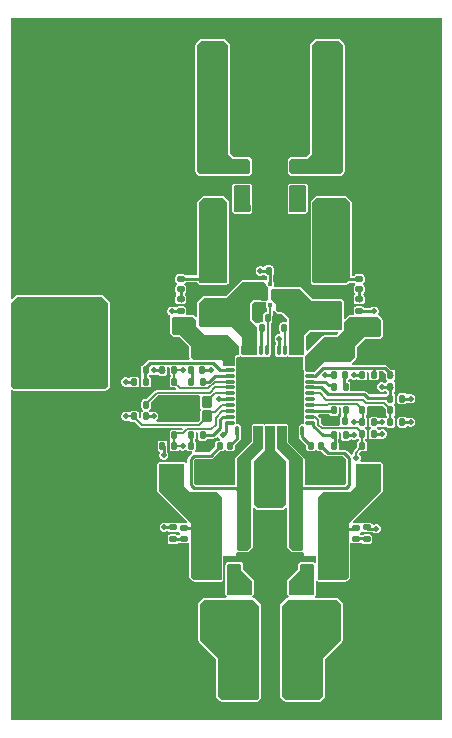
<source format=gtl>
G04*
G04 #@! TF.GenerationSoftware,Altium Limited,Altium Designer,21.2.1 (34)*
G04*
G04 Layer_Physical_Order=1*
G04 Layer_Color=255*
%FSTAX24Y24*%
%MOIN*%
G70*
G04*
G04 #@! TF.SameCoordinates,7A998B52-B5E4-4745-A7E4-E824AC8E6B76*
G04*
G04*
G04 #@! TF.FilePolarity,Positive*
G04*
G01*
G75*
%ADD10C,0.0059*%
%ADD12C,0.0079*%
G04:AMPARAMS|DCode=14|XSize=41.3mil|YSize=70.9mil|CornerRadius=4.1mil|HoleSize=0mil|Usage=FLASHONLY|Rotation=0.000|XOffset=0mil|YOffset=0mil|HoleType=Round|Shape=RoundedRectangle|*
%AMROUNDEDRECTD14*
21,1,0.0413,0.0626,0,0,0.0*
21,1,0.0331,0.0709,0,0,0.0*
1,1,0.0083,0.0165,-0.0313*
1,1,0.0083,-0.0165,-0.0313*
1,1,0.0083,-0.0165,0.0313*
1,1,0.0083,0.0165,0.0313*
%
%ADD14ROUNDEDRECTD14*%
G04:AMPARAMS|DCode=15|XSize=37.4mil|YSize=31.5mil|CornerRadius=3.2mil|HoleSize=0mil|Usage=FLASHONLY|Rotation=0.000|XOffset=0mil|YOffset=0mil|HoleType=Round|Shape=RoundedRectangle|*
%AMROUNDEDRECTD15*
21,1,0.0374,0.0252,0,0,0.0*
21,1,0.0311,0.0315,0,0,0.0*
1,1,0.0063,0.0156,-0.0126*
1,1,0.0063,-0.0156,-0.0126*
1,1,0.0063,-0.0156,0.0126*
1,1,0.0063,0.0156,0.0126*
%
%ADD15ROUNDEDRECTD15*%
G04:AMPARAMS|DCode=16|XSize=55.1mil|YSize=35.4mil|CornerRadius=3.5mil|HoleSize=0mil|Usage=FLASHONLY|Rotation=90.000|XOffset=0mil|YOffset=0mil|HoleType=Round|Shape=RoundedRectangle|*
%AMROUNDEDRECTD16*
21,1,0.0551,0.0283,0,0,90.0*
21,1,0.0480,0.0354,0,0,90.0*
1,1,0.0071,0.0142,0.0240*
1,1,0.0071,0.0142,-0.0240*
1,1,0.0071,-0.0142,-0.0240*
1,1,0.0071,-0.0142,0.0240*
%
%ADD16ROUNDEDRECTD16*%
G04:AMPARAMS|DCode=17|XSize=23.6mil|YSize=19.7mil|CornerRadius=3mil|HoleSize=0mil|Usage=FLASHONLY|Rotation=0.000|XOffset=0mil|YOffset=0mil|HoleType=Round|Shape=RoundedRectangle|*
%AMROUNDEDRECTD17*
21,1,0.0236,0.0138,0,0,0.0*
21,1,0.0177,0.0197,0,0,0.0*
1,1,0.0059,0.0089,-0.0069*
1,1,0.0059,-0.0089,-0.0069*
1,1,0.0059,-0.0089,0.0069*
1,1,0.0059,0.0089,0.0069*
%
%ADD17ROUNDEDRECTD17*%
G04:AMPARAMS|DCode=18|XSize=70.9mil|YSize=45.3mil|CornerRadius=4.5mil|HoleSize=0mil|Usage=FLASHONLY|Rotation=0.000|XOffset=0mil|YOffset=0mil|HoleType=Round|Shape=RoundedRectangle|*
%AMROUNDEDRECTD18*
21,1,0.0709,0.0362,0,0,0.0*
21,1,0.0618,0.0453,0,0,0.0*
1,1,0.0091,0.0309,-0.0181*
1,1,0.0091,-0.0309,-0.0181*
1,1,0.0091,-0.0309,0.0181*
1,1,0.0091,0.0309,0.0181*
%
%ADD18ROUNDEDRECTD18*%
G04:AMPARAMS|DCode=19|XSize=94.5mil|YSize=59.1mil|CornerRadius=5.9mil|HoleSize=0mil|Usage=FLASHONLY|Rotation=180.000|XOffset=0mil|YOffset=0mil|HoleType=Round|Shape=RoundedRectangle|*
%AMROUNDEDRECTD19*
21,1,0.0945,0.0472,0,0,180.0*
21,1,0.0827,0.0591,0,0,180.0*
1,1,0.0118,-0.0413,0.0236*
1,1,0.0118,0.0413,0.0236*
1,1,0.0118,0.0413,-0.0236*
1,1,0.0118,-0.0413,-0.0236*
%
%ADD19ROUNDEDRECTD19*%
G04:AMPARAMS|DCode=20|XSize=38.6mil|YSize=145.7mil|CornerRadius=3.9mil|HoleSize=0mil|Usage=FLASHONLY|Rotation=0.000|XOffset=0mil|YOffset=0mil|HoleType=Round|Shape=RoundedRectangle|*
%AMROUNDEDRECTD20*
21,1,0.0386,0.1380,0,0,0.0*
21,1,0.0309,0.1457,0,0,0.0*
1,1,0.0077,0.0154,-0.0690*
1,1,0.0077,-0.0154,-0.0690*
1,1,0.0077,-0.0154,0.0690*
1,1,0.0077,0.0154,0.0690*
%
%ADD20ROUNDEDRECTD20*%
G04:AMPARAMS|DCode=21|XSize=11.8mil|YSize=12.8mil|CornerRadius=1.2mil|HoleSize=0mil|Usage=FLASHONLY|Rotation=180.000|XOffset=0mil|YOffset=0mil|HoleType=Round|Shape=RoundedRectangle|*
%AMROUNDEDRECTD21*
21,1,0.0118,0.0104,0,0,180.0*
21,1,0.0094,0.0128,0,0,180.0*
1,1,0.0024,-0.0047,0.0052*
1,1,0.0024,0.0047,0.0052*
1,1,0.0024,0.0047,-0.0052*
1,1,0.0024,-0.0047,-0.0052*
%
%ADD21ROUNDEDRECTD21*%
G04:AMPARAMS|DCode=22|XSize=24.1mil|YSize=37.4mil|CornerRadius=2.4mil|HoleSize=0mil|Usage=FLASHONLY|Rotation=180.000|XOffset=0mil|YOffset=0mil|HoleType=Round|Shape=RoundedRectangle|*
%AMROUNDEDRECTD22*
21,1,0.0241,0.0326,0,0,180.0*
21,1,0.0193,0.0374,0,0,180.0*
1,1,0.0048,-0.0097,0.0163*
1,1,0.0048,0.0097,0.0163*
1,1,0.0048,0.0097,-0.0163*
1,1,0.0048,-0.0097,-0.0163*
%
%ADD22ROUNDEDRECTD22*%
G04:AMPARAMS|DCode=23|XSize=23.6mil|YSize=19.7mil|CornerRadius=2mil|HoleSize=0mil|Usage=FLASHONLY|Rotation=270.000|XOffset=0mil|YOffset=0mil|HoleType=Round|Shape=RoundedRectangle|*
%AMROUNDEDRECTD23*
21,1,0.0236,0.0157,0,0,270.0*
21,1,0.0197,0.0197,0,0,270.0*
1,1,0.0039,-0.0079,-0.0098*
1,1,0.0039,-0.0079,0.0098*
1,1,0.0039,0.0079,0.0098*
1,1,0.0039,0.0079,-0.0098*
%
%ADD23ROUNDEDRECTD23*%
G04:AMPARAMS|DCode=24|XSize=220.5mil|YSize=220.5mil|CornerRadius=11mil|HoleSize=0mil|Usage=FLASHONLY|Rotation=90.000|XOffset=0mil|YOffset=0mil|HoleType=Round|Shape=RoundedRectangle|*
%AMROUNDEDRECTD24*
21,1,0.2205,0.1984,0,0,90.0*
21,1,0.1984,0.2205,0,0,90.0*
1,1,0.0220,0.0992,0.0992*
1,1,0.0220,0.0992,-0.0992*
1,1,0.0220,-0.0992,-0.0992*
1,1,0.0220,-0.0992,0.0992*
%
%ADD24ROUNDEDRECTD24*%
G04:AMPARAMS|DCode=25|XSize=11.8mil|YSize=31.5mil|CornerRadius=3mil|HoleSize=0mil|Usage=FLASHONLY|Rotation=90.000|XOffset=0mil|YOffset=0mil|HoleType=Round|Shape=RoundedRectangle|*
%AMROUNDEDRECTD25*
21,1,0.0118,0.0256,0,0,90.0*
21,1,0.0059,0.0315,0,0,90.0*
1,1,0.0059,0.0128,0.0030*
1,1,0.0059,0.0128,-0.0030*
1,1,0.0059,-0.0128,-0.0030*
1,1,0.0059,-0.0128,0.0030*
%
%ADD25ROUNDEDRECTD25*%
G04:AMPARAMS|DCode=26|XSize=11.8mil|YSize=31.5mil|CornerRadius=3mil|HoleSize=0mil|Usage=FLASHONLY|Rotation=180.000|XOffset=0mil|YOffset=0mil|HoleType=Round|Shape=RoundedRectangle|*
%AMROUNDEDRECTD26*
21,1,0.0118,0.0256,0,0,180.0*
21,1,0.0059,0.0315,0,0,180.0*
1,1,0.0059,-0.0030,0.0128*
1,1,0.0059,0.0030,0.0128*
1,1,0.0059,0.0030,-0.0128*
1,1,0.0059,-0.0030,-0.0128*
%
%ADD26ROUNDEDRECTD26*%
G04:AMPARAMS|DCode=27|XSize=55.1mil|YSize=35.4mil|CornerRadius=3.5mil|HoleSize=0mil|Usage=FLASHONLY|Rotation=180.000|XOffset=0mil|YOffset=0mil|HoleType=Round|Shape=RoundedRectangle|*
%AMROUNDEDRECTD27*
21,1,0.0551,0.0283,0,0,180.0*
21,1,0.0480,0.0354,0,0,180.0*
1,1,0.0071,-0.0240,0.0142*
1,1,0.0071,0.0240,0.0142*
1,1,0.0071,0.0240,-0.0142*
1,1,0.0071,-0.0240,-0.0142*
%
%ADD27ROUNDEDRECTD27*%
G04:AMPARAMS|DCode=28|XSize=23.6mil|YSize=19.7mil|CornerRadius=2mil|HoleSize=0mil|Usage=FLASHONLY|Rotation=180.000|XOffset=0mil|YOffset=0mil|HoleType=Round|Shape=RoundedRectangle|*
%AMROUNDEDRECTD28*
21,1,0.0236,0.0157,0,0,180.0*
21,1,0.0197,0.0197,0,0,180.0*
1,1,0.0039,-0.0098,0.0079*
1,1,0.0039,0.0098,0.0079*
1,1,0.0039,0.0098,-0.0079*
1,1,0.0039,-0.0098,-0.0079*
%
%ADD28ROUNDEDRECTD28*%
G04:AMPARAMS|DCode=29|XSize=23.6mil|YSize=19.7mil|CornerRadius=3mil|HoleSize=0mil|Usage=FLASHONLY|Rotation=270.000|XOffset=0mil|YOffset=0mil|HoleType=Round|Shape=RoundedRectangle|*
%AMROUNDEDRECTD29*
21,1,0.0236,0.0138,0,0,270.0*
21,1,0.0177,0.0197,0,0,270.0*
1,1,0.0059,-0.0069,-0.0089*
1,1,0.0059,-0.0069,0.0089*
1,1,0.0059,0.0069,0.0089*
1,1,0.0059,0.0069,-0.0089*
%
%ADD29ROUNDEDRECTD29*%
G04:AMPARAMS|DCode=30|XSize=37.4mil|YSize=31.5mil|CornerRadius=3.2mil|HoleSize=0mil|Usage=FLASHONLY|Rotation=270.000|XOffset=0mil|YOffset=0mil|HoleType=Round|Shape=RoundedRectangle|*
%AMROUNDEDRECTD30*
21,1,0.0374,0.0252,0,0,270.0*
21,1,0.0311,0.0315,0,0,270.0*
1,1,0.0063,-0.0126,-0.0156*
1,1,0.0063,-0.0126,0.0156*
1,1,0.0063,0.0126,0.0156*
1,1,0.0063,0.0126,-0.0156*
%
%ADD30ROUNDEDRECTD30*%
%ADD53C,0.0394*%
%ADD54R,0.2362X0.1575*%
%ADD55R,0.0787X0.1181*%
%ADD56C,0.0100*%
%ADD57C,0.0157*%
%ADD58C,0.1181*%
%ADD59C,0.0236*%
%ADD60C,0.0197*%
G36*
X249496Y266105D02*
X249693Y265908D01*
X249693Y263152D01*
X249594Y263054D01*
X246543Y263054D01*
X246447Y26315D01*
Y26591D01*
X246642Y266105D01*
X249496Y266105D01*
D02*
G37*
G36*
X260813Y251993D02*
X246447D01*
X246447Y262995D01*
X246493Y263014D01*
X246498Y263009D01*
X246521Y262999D01*
X246543Y26299D01*
X249594Y26299D01*
X24964Y263009D01*
X249738Y263107D01*
X249757Y263152D01*
X249757Y265908D01*
X249757Y265908D01*
X249757Y265908D01*
X249748Y26593D01*
X249738Y265954D01*
X249738Y265954D01*
X249738Y265954D01*
X249541Y26615D01*
X249518Y26616D01*
X249496Y266169D01*
X246642Y266169D01*
X246596Y26615D01*
X246493Y266047D01*
X246447Y266066D01*
X246447Y275414D01*
X260813D01*
X260813Y251993D01*
D02*
G37*
%LPC*%
G36*
X257372Y274717D02*
X256632Y274717D01*
X256587Y274698D01*
X256447Y274558D01*
X256429Y274513D01*
X256429Y270899D01*
X256306Y270777D01*
X255812Y270777D01*
X255767Y270758D01*
X255691Y270682D01*
X255672Y270636D01*
X255672Y270282D01*
X255672Y270282D01*
X255672Y270282D01*
X255681Y27026D01*
X255691Y270237D01*
X255691Y270237D01*
X255691Y270237D01*
X255773Y270154D01*
X255797Y270145D01*
X255819Y270136D01*
X257409Y270136D01*
X257455Y270154D01*
X257558Y270257D01*
X257576Y270303D01*
X257576Y274513D01*
X257576Y274513D01*
X257576Y274513D01*
X257567Y274536D01*
X257558Y274558D01*
X257558Y274558D01*
X257558Y274558D01*
X257418Y274698D01*
X257396Y274707D01*
X257372Y274717D01*
D02*
G37*
G36*
X2528D02*
X252777Y274707D01*
X252755Y274698D01*
X252615Y274558D01*
X252615Y274558D01*
X252615Y274558D01*
X252606Y274536D01*
X252596Y274513D01*
X252596Y274513D01*
X252596Y274513D01*
X252596Y270303D01*
X252615Y270257D01*
X252718Y270154D01*
X252763Y270136D01*
X254354Y270136D01*
X254376Y270145D01*
X254399Y270154D01*
X254482Y270237D01*
X254482Y270237D01*
X254482Y270237D01*
X25449Y270257D01*
X25449Y270257D01*
X254491Y270258D01*
X254501Y270282D01*
X254501Y270282D01*
X254501Y270282D01*
X254501Y270636D01*
X254482Y270682D01*
X254406Y270758D01*
X25436Y270777D01*
X253867Y270777D01*
X253744Y270899D01*
X253744Y274513D01*
X253726Y274558D01*
X253586Y274698D01*
X25354Y274717D01*
X2528Y274717D01*
D02*
G37*
G36*
X253907Y26989D02*
X253907Y26989D01*
X253907Y26989D01*
X253884Y26988D01*
X253862Y269871D01*
X253862Y269871D01*
X253862Y269871D01*
X25384Y269849D01*
X253831Y269827D01*
X253822Y269804D01*
X253822Y268981D01*
X25384Y268936D01*
X253882Y268895D01*
X253927Y268876D01*
X254425Y268876D01*
X254447Y268885D01*
X254448Y268885D01*
X254448Y268886D01*
X25447Y268895D01*
X254482Y268907D01*
X254482Y268907D01*
X254482Y268907D01*
X254491Y268928D01*
X254491Y268929D01*
X254491Y268929D01*
X254501Y268952D01*
X254501Y268952D01*
X254501Y268952D01*
X254501Y269803D01*
X254492Y269825D01*
X254483Y269847D01*
X254462Y26987D01*
X254461Y26987D01*
X25446Y269871D01*
X254438Y26988D01*
X254417Y26989D01*
X254416Y269889D01*
X254415Y26989D01*
X253907Y26989D01*
D02*
G37*
G36*
X256266D02*
X256266Y26989D01*
X256266Y26989D01*
X255758Y26989D01*
X255757Y269889D01*
X255756Y26989D01*
X255734Y26988D01*
X255713Y269871D01*
X255712Y26987D01*
X255711Y26987D01*
X25569Y269847D01*
X255681Y269825D01*
X255672Y269803D01*
X255672Y268952D01*
X255672Y268952D01*
X255672Y268952D01*
X255681Y268929D01*
X255682Y268929D01*
X255682Y268928D01*
X255691Y268907D01*
X255691Y268907D01*
X255691Y268907D01*
X255703Y268895D01*
X255725Y268886D01*
X255725Y268885D01*
X255726Y268885D01*
X255748Y268876D01*
X256246Y268876D01*
X256291Y268895D01*
X256332Y268936D01*
X256332Y268936D01*
X256332Y268936D01*
X256351Y268981D01*
X256351Y269804D01*
X256342Y269827D01*
X256332Y269849D01*
X256311Y269871D01*
X256311Y269871D01*
X256311Y269871D01*
X256288Y26988D01*
X256266Y26989D01*
D02*
G37*
G36*
X255126Y267162D02*
X254968D01*
X254938Y267156D01*
X254912Y267139D01*
X254907Y267132D01*
X254864Y267116D01*
X254844Y267118D01*
X254798Y267137D01*
X254735D01*
X254678Y267113D01*
X254633Y267069D01*
X254609Y267011D01*
Y266948D01*
X254633Y26689D01*
X254678Y266846D01*
X254735Y266822D01*
X254798D01*
X254847Y266842D01*
X254858Y266845D01*
X254911Y26683D01*
X254912Y266828D01*
X254938Y266811D01*
X254968Y266805D01*
X254975D01*
Y266676D01*
X254928Y266652D01*
X254907Y266661D01*
X254905Y266662D01*
X254903Y266662D01*
X254883Y266671D01*
X254172Y266671D01*
X254127Y266652D01*
X253608Y266133D01*
X252877Y266133D01*
X252831Y266115D01*
X252679Y265962D01*
X25266Y265917D01*
X25266Y265472D01*
X252614Y265452D01*
X252568Y265498D01*
X252568Y265498D01*
X252568Y265498D01*
X252546Y265508D01*
X252523Y265517D01*
X252523Y265517D01*
X252523Y265517D01*
X252336Y265517D01*
X252293Y265554D01*
Y265711D01*
X252287Y265742D01*
X252269Y265768D01*
X252243Y265786D01*
X252212Y265792D01*
X252016D01*
X251985Y265786D01*
X251959Y265768D01*
X251908Y265766D01*
X25185Y26579D01*
X251787D01*
X25173Y265766D01*
X251685Y265722D01*
X251661Y265664D01*
Y265601D01*
X251685Y265543D01*
X25173Y265499D01*
X251748Y265492D01*
X251754Y265481D01*
X251767Y26543D01*
X251755Y265402D01*
X251755Y264917D01*
X251755Y264917D01*
X251755Y264917D01*
X251764Y264895D01*
X251774Y264872D01*
X251774Y264872D01*
X251774Y264872D01*
X251838Y264808D01*
X25186Y264798D01*
X251883Y264789D01*
X252067Y264789D01*
X252394Y264461D01*
X252394Y264093D01*
X252407Y264062D01*
X252388Y264021D01*
X25238Y264012D01*
X251071D01*
X251028Y264003D01*
X250992Y263979D01*
X250992Y263979D01*
X250852Y263838D01*
X250843Y263837D01*
X250817Y263819D01*
X2508Y263793D01*
X250794Y263763D01*
Y263566D01*
X2508Y263535D01*
X250802Y263532D01*
Y263403D01*
X2508Y2634D01*
X250794Y263369D01*
Y263172D01*
X2508Y263141D01*
X250817Y263115D01*
X250843Y263098D01*
X250874Y263092D01*
X251031D01*
X251062Y263098D01*
X251088Y263115D01*
X251106Y263141D01*
X251112Y263172D01*
Y263369D01*
X251106Y2634D01*
X251088Y263426D01*
X251065Y263441D01*
X251062Y263463D01*
Y263471D01*
X251065Y263494D01*
X251088Y263509D01*
X251089Y26351D01*
X251134Y263529D01*
X251154Y263524D01*
X251197Y263507D01*
X25126D01*
X251302Y263524D01*
X251322Y263529D01*
X251368Y26351D01*
X251368Y263509D01*
X251394Y263492D01*
X251425Y263485D01*
X251583D01*
X251613Y263492D01*
X251639Y263509D01*
X251657Y263535D01*
X251663Y263566D01*
Y263763D01*
X251673Y263775D01*
X251693D01*
X251738Y263729D01*
Y263566D01*
X251745Y263535D01*
X251762Y263509D01*
X251785Y263494D01*
X251788Y263471D01*
Y263463D01*
X251785Y263441D01*
X251762Y263426D01*
X251745Y2634D01*
X251738Y263369D01*
Y263172D01*
X251745Y263141D01*
X251762Y263115D01*
X251788Y263098D01*
X251819Y263092D01*
X251929D01*
X251968Y263053D01*
X251949Y263006D01*
X251307D01*
X251272Y263D01*
X251243Y26298D01*
X250964Y262701D01*
X25088D01*
X250849Y262695D01*
X250823Y262678D01*
X250805Y262652D01*
X250799Y262621D01*
Y262424D01*
X250805Y262393D01*
X250823Y262367D01*
X250845Y262353D01*
X250847Y262332D01*
X250842Y2623D01*
X250817Y262284D01*
X2508Y262258D01*
X250794Y262227D01*
Y262108D01*
X250744Y262086D01*
X250718Y262106D01*
Y262227D01*
X250712Y262258D01*
X250694Y262284D01*
X250668Y262301D01*
X250638Y262307D01*
X25048D01*
X250449Y262301D01*
X250423Y262284D01*
X250423Y262283D01*
X250377Y262264D01*
X250358Y262269D01*
X250315Y262286D01*
X250252D01*
X250194Y262262D01*
X25015Y262218D01*
X250126Y26216D01*
Y262097D01*
X25015Y26204D01*
X250194Y261995D01*
X250252Y261971D01*
X250315D01*
X250357Y261989D01*
X250377Y261993D01*
X250423Y261975D01*
X250423Y261974D01*
X250449Y261956D01*
X25048Y26195D01*
X250576D01*
X250754Y261772D01*
X250786Y261751D01*
X250825Y261743D01*
X252169D01*
X252189Y261697D01*
X25215Y261658D01*
X252027D01*
X252007Y261671D01*
X251976Y261678D01*
X251819D01*
X251788Y261671D01*
X251762Y261654D01*
X251745Y261628D01*
X251738Y261597D01*
Y2614D01*
X251745Y26137D01*
X251762Y261344D01*
Y2613D01*
X251745Y261274D01*
X251738Y261243D01*
Y261046D01*
X251745Y261015D01*
X251762Y260989D01*
X251788Y260972D01*
X251819Y260966D01*
X251976D01*
X252007Y260972D01*
X252033Y260989D01*
X252034Y26099D01*
X252079Y261009D01*
X252099Y261005D01*
X252142Y260987D01*
X252204D01*
X252262Y261011D01*
X252266Y261015D01*
X252277Y261016D01*
X252327Y261005D01*
X252336Y260992D01*
X252365Y260972D01*
X252399Y260966D01*
X252491D01*
X252504Y260916D01*
X252479Y260899D01*
X25237Y26079D01*
X252346Y260754D01*
X252337Y260711D01*
X252337Y260711D01*
Y260565D01*
X252287Y260555D01*
X252286Y260558D01*
X252277Y260579D01*
X252277Y260579D01*
X252277Y260579D01*
X252277Y260579D01*
X252258Y260599D01*
X252258Y260599D01*
X252258Y260599D01*
X252235Y260608D01*
X252212Y260618D01*
X252212Y260618D01*
X252212Y260618D01*
X251417Y260618D01*
X251395Y260609D01*
X251373Y260601D01*
X251352Y26058D01*
X251351Y260579D01*
X25135Y260579D01*
X251341Y260557D01*
X251332Y260536D01*
X251332Y260535D01*
X251332Y260534D01*
X251332Y259639D01*
X25135Y259593D01*
X252331Y258612D01*
X252307Y258566D01*
X252301Y258568D01*
X252124D01*
X252089Y258561D01*
X252076Y258552D01*
X252074Y258551D01*
X252024Y258558D01*
X252014Y258562D01*
X252013Y258563D01*
X251987Y258581D01*
X251957Y258587D01*
X25176D01*
X251729Y258581D01*
X251703Y258563D01*
X251652Y258561D01*
X251594Y258585D01*
X251532D01*
X251474Y258561D01*
X251429Y258517D01*
X251405Y258459D01*
Y258397D01*
X251429Y258339D01*
X251474Y258294D01*
X251532Y25827D01*
X251594D01*
X251652Y258294D01*
X251703Y258292D01*
X251729Y258275D01*
X25176Y258269D01*
X251957D01*
X251987Y258275D01*
X251999Y258283D01*
X252015Y258292D01*
X252059Y258276D01*
X252061Y258275D01*
X252088Y258257D01*
X252089Y258247D01*
Y258215D01*
X252088Y258205D01*
X25206Y258187D01*
X252059Y258186D01*
X252013Y25817D01*
X251987Y258187D01*
X251957Y258193D01*
X25176D01*
X251729Y258187D01*
X251703Y25817D01*
X251686Y258144D01*
X251679Y258113D01*
Y257956D01*
X251686Y257925D01*
X251703Y257899D01*
X251729Y257881D01*
X25176Y257875D01*
X251957D01*
X251987Y257881D01*
X252013Y257899D01*
X252014Y2579D01*
X252024Y257904D01*
X252074Y257911D01*
X252076Y25791D01*
X252089Y257902D01*
X252124Y257895D01*
X252301D01*
X252336Y257902D01*
X252354Y257914D01*
X252392Y257901D01*
X252404Y257892D01*
X252404Y256778D01*
X252404Y256778D01*
X252404Y256778D01*
X252413Y256756D01*
X252423Y256733D01*
X252423Y256733D01*
X252423Y256733D01*
X252517Y256639D01*
X252541Y256629D01*
X252562Y25662D01*
X253446Y25662D01*
X253491Y256639D01*
X253517Y256665D01*
X253536Y25671D01*
X253536Y257483D01*
X253945D01*
Y257567D01*
X253995Y257601D01*
X254006Y257596D01*
X254342D01*
X254367Y257607D01*
X254367Y257607D01*
X254368Y257607D01*
X254387Y257615D01*
X254502Y25773D01*
X254502Y25773D01*
X25452Y257775D01*
Y259074D01*
X254567Y259094D01*
X254648Y259013D01*
X254693Y258994D01*
X25548D01*
X255525Y259013D01*
X255606Y259094D01*
X255652Y259074D01*
Y257775D01*
X255671Y25773D01*
X255671Y25773D01*
X255786Y257615D01*
X255805Y257607D01*
X255805Y257607D01*
X255806Y257607D01*
X255831Y257596D01*
X256167D01*
X256178Y257601D01*
X256228Y257567D01*
Y257483D01*
X256637D01*
X256637Y257247D01*
X256629Y257243D01*
X256587Y257232D01*
X256556Y257263D01*
X256511Y257281D01*
X256117Y257281D01*
X256072Y257263D01*
X256033Y257223D01*
X256014Y257178D01*
X256014Y257025D01*
X255671Y256682D01*
X255662Y256659D01*
X255652Y256637D01*
X255652Y256211D01*
X255652Y256211D01*
X255652Y256211D01*
X255662Y256189D01*
X255671Y256166D01*
X255671Y256166D01*
X255671Y256166D01*
X25571Y256128D01*
X2557Y256087D01*
X255695Y256078D01*
X255679D01*
X255633Y256059D01*
X255436Y255862D01*
X255417Y255816D01*
X255417Y252797D01*
X255417Y252797D01*
X255417Y252797D01*
X255427Y252774D01*
X255436Y252752D01*
X255436Y252752D01*
X255436Y252752D01*
X255553Y252635D01*
X255576Y252625D01*
X255598Y252616D01*
X25674Y252616D01*
X256785Y252635D01*
X256785Y252635D01*
X256907Y252756D01*
X256925Y252801D01*
X256925Y254054D01*
X257494Y254623D01*
X257513Y254668D01*
X257513Y255889D01*
X257494Y255934D01*
X257369Y256059D01*
X257324Y256078D01*
X25659Y256078D01*
X256584Y256087D01*
X256575Y256128D01*
X256596Y256149D01*
X256605Y256171D01*
X256614Y256194D01*
Y256641D01*
X256622Y256646D01*
X256664Y256656D01*
X256682Y256639D01*
X256727Y25662D01*
X257611Y25662D01*
X257633Y256629D01*
X257656Y256639D01*
X25775Y256733D01*
X25775Y256733D01*
X25775Y256733D01*
X257759Y256756D01*
X257769Y256778D01*
X257769Y256778D01*
X257769Y256778D01*
X257769Y257892D01*
X257781Y257901D01*
X257819Y257914D01*
X257837Y257902D01*
X257872Y257895D01*
X258049D01*
X258084Y257902D01*
X258096Y25791D01*
X258099Y257911D01*
X258149Y257904D01*
X258159Y2579D01*
X25816Y257899D01*
X258186Y257881D01*
X258216Y257875D01*
X258413D01*
X258444Y257881D01*
X25847Y257899D01*
X258487Y257925D01*
X258494Y257956D01*
Y258113D01*
X258487Y258144D01*
X25847Y25817D01*
X258444Y258187D01*
X258413Y258193D01*
X258216D01*
X258186Y258187D01*
X258182Y258185D01*
X258114D01*
X258113Y258187D01*
X258085Y258205D01*
X258084Y258215D01*
Y258247D01*
X258085Y258257D01*
X258111Y258275D01*
X258114Y258276D01*
X258157Y258292D01*
X258174Y258283D01*
X258186Y258275D01*
X258216Y258269D01*
X258413D01*
X258444Y258275D01*
X258447Y258277D01*
X258518D01*
X258541Y258255D01*
X258598Y258231D01*
X258661D01*
X258719Y258255D01*
X258763Y258299D01*
X258787Y258357D01*
Y25842D01*
X258763Y258478D01*
X258719Y258522D01*
X258661Y258546D01*
X258598D01*
X258541Y258522D01*
X258487Y258537D01*
X25847Y258563D01*
X258444Y258581D01*
X258413Y258587D01*
X258216D01*
X258186Y258581D01*
X25816Y258563D01*
X258159Y258562D01*
X258149Y258558D01*
X258099Y258551D01*
X258096Y258552D01*
X258084Y258561D01*
X258049Y258568D01*
X257872D01*
X257866Y258566D01*
X257842Y258612D01*
X258823Y259593D01*
X258841Y259639D01*
X258841Y260534D01*
X258841Y260535D01*
X258841Y260536D01*
X258832Y260557D01*
X258823Y260579D01*
X258822Y260579D01*
X258821Y26058D01*
X258799Y260601D01*
X258777Y260609D01*
X258756Y260618D01*
X258108Y260618D01*
X258089Y260668D01*
X258109Y260718D01*
Y260781D01*
X258085Y260839D01*
X258043Y260881D01*
X258127Y260966D01*
X258236D01*
X258267Y260972D01*
X258293Y260989D01*
X25831Y261015D01*
X258316Y261046D01*
Y261243D01*
X25831Y261274D01*
X258293Y2613D01*
X25827Y261315D01*
X258267Y261337D01*
Y261345D01*
X25827Y261368D01*
X258293Y261383D01*
X25831Y261409D01*
X258316Y26144D01*
Y261637D01*
X25831Y261667D01*
X258293Y261693D01*
X25827Y261709D01*
X258267Y261731D01*
X258267Y261739D01*
X25827Y261761D01*
X258293Y261777D01*
X25831Y261803D01*
X258316Y261833D01*
Y26203D01*
X25831Y262061D01*
X258297Y262081D01*
Y262177D01*
X25831Y262196D01*
X258316Y262227D01*
Y262424D01*
X258357Y262468D01*
X258858D01*
X258943Y262382D01*
Y262227D01*
X258949Y262196D01*
X258967Y26217D01*
X25899Y262155D01*
X258993Y262133D01*
Y262125D01*
X25899Y262103D01*
X258967Y262087D01*
X258966Y262086D01*
X258921Y262067D01*
X258901Y262072D01*
X258858Y262089D01*
X258795D01*
X258752Y262072D01*
X258733Y262067D01*
X258687Y262086D01*
X258687Y262087D01*
X258661Y262105D01*
X25863Y262111D01*
X258472D01*
X258442Y262105D01*
X258416Y262087D01*
X258398Y262061D01*
X258392Y26203D01*
Y261833D01*
X258398Y261803D01*
X258416Y261777D01*
X258439Y261761D01*
X258442Y261739D01*
X258442Y261731D01*
X258439Y261709D01*
X258416Y261693D01*
X258398Y261667D01*
X258392Y261637D01*
Y26144D01*
X258398Y261409D01*
X258416Y261383D01*
X258442Y261366D01*
X258472Y26136D01*
X25863D01*
X25866Y261366D01*
X258687Y261383D01*
X258687Y261384D01*
X258733Y261403D01*
X258752Y261398D01*
X258795Y261381D01*
X258858D01*
X258916Y261405D01*
X25896Y261449D01*
X258984Y261507D01*
Y26157D01*
X25896Y261627D01*
X258916Y261672D01*
X258858Y261696D01*
X258795D01*
X258752Y261678D01*
X258733Y261674D01*
X258687Y261692D01*
X258687Y261693D01*
X258663Y261709D01*
X25866Y261731D01*
X25866Y261739D01*
X258663Y261761D01*
X258687Y261777D01*
X258687Y261778D01*
X258733Y261796D01*
X258752Y261792D01*
X258795Y261774D01*
X258858D01*
X258901Y261792D01*
X258921Y261796D01*
X258966Y261778D01*
X258967Y261777D01*
X258993Y261759D01*
X259023Y261753D01*
X259181D01*
X259212Y261759D01*
X259238Y261777D01*
X259255Y261803D01*
X259261Y261833D01*
Y26203D01*
X259255Y262061D01*
X259238Y262087D01*
X259215Y262103D01*
X259212Y262125D01*
Y262133D01*
X259215Y262155D01*
X259238Y26217D01*
X259255Y262196D01*
X259261Y262227D01*
Y262424D01*
X259255Y262455D01*
X259238Y262481D01*
X259215Y262496D01*
X259212Y262519D01*
Y262526D01*
X259215Y262549D01*
X259238Y262564D01*
X259255Y26259D01*
X259261Y262621D01*
Y262818D01*
X259255Y262848D01*
X259238Y262875D01*
X259213Y262891D01*
Y262942D01*
X259238Y262958D01*
X259255Y262984D01*
X259261Y263015D01*
Y263211D01*
X259255Y263242D01*
X259238Y263268D01*
X259215Y263284D01*
X259212Y263306D01*
Y263314D01*
X259215Y263336D01*
X259238Y263352D01*
X259255Y263378D01*
X259261Y263408D01*
Y263605D01*
X259255Y263636D01*
X259238Y263662D01*
X259212Y263679D01*
X259181Y263685D01*
X25912D01*
X258984Y263822D01*
X258948Y263846D01*
X258905Y263854D01*
X258905Y263854D01*
X258512D01*
X258508Y263853D01*
X258504Y263854D01*
X257825D01*
X257815Y263874D01*
X25781Y263904D01*
X257954Y264048D01*
X257972Y264093D01*
X257972Y264416D01*
X258255Y264699D01*
X258718D01*
X258764Y264718D01*
X258824Y264778D01*
X258842Y264823D01*
Y265353D01*
X258842Y265353D01*
X258842Y265353D01*
X258833Y265375D01*
X258824Y265398D01*
X258824Y265398D01*
X258824Y265398D01*
X258744Y265478D01*
X25872Y265488D01*
X258706Y265494D01*
X258686Y265539D01*
X258685Y265543D01*
X258709Y265601D01*
Y265664D01*
X258685Y265722D01*
X25864Y265766D01*
X258582Y26579D01*
X25852D01*
X258462Y265766D01*
X25844Y265744D01*
X25823D01*
X258214Y265768D01*
X258188Y265786D01*
X258157Y265792D01*
X25796D01*
X25793Y265786D01*
X257904Y265768D01*
X257886Y265742D01*
X25788Y265711D01*
Y265554D01*
X257882Y265547D01*
X257851Y265501D01*
X257844Y265497D01*
X257738D01*
X257693Y265478D01*
X257598Y265383D01*
X257552Y265402D01*
Y265948D01*
X257533Y265993D01*
X257494Y266032D01*
X257449Y266051D01*
X256491Y266051D01*
X256116Y266426D01*
X256071Y266445D01*
X255244Y266445D01*
X255207Y26649D01*
X255206Y266495D01*
Y266595D01*
X2552Y266623D01*
X255198Y266627D01*
Y266851D01*
X2552Y266854D01*
X255206Y266885D01*
Y267082D01*
X2552Y267113D01*
X255183Y267139D01*
X255157Y267156D01*
X255126Y267162D01*
D02*
G37*
G36*
X253524Y269476D02*
X252872Y269476D01*
X252827Y269457D01*
X252827Y269457D01*
X252679Y26931D01*
X25266Y269264D01*
X25266Y266862D01*
X252625Y266827D01*
X252281D01*
X252266Y266848D01*
X252237Y266868D01*
X252203Y266875D01*
X252025D01*
X251991Y266868D01*
X251962Y266848D01*
X251942Y266819D01*
X251935Y266784D01*
Y266646D01*
X251942Y266612D01*
X251962Y266583D01*
X251989Y266564D01*
X251991Y266555D01*
Y266522D01*
X251989Y266512D01*
X251962Y266494D01*
X251942Y266465D01*
X251935Y26643D01*
Y266292D01*
X251942Y266258D01*
X251962Y266228D01*
X251968Y266224D01*
X251969Y266222D01*
X251966Y266167D01*
X251959Y266162D01*
X251941Y266136D01*
X251935Y266105D01*
Y265948D01*
X251941Y265917D01*
X251959Y265891D01*
X251985Y265873D01*
X252016Y265867D01*
X252212D01*
X252243Y265873D01*
X252269Y265891D01*
X252287Y265917D01*
X252293Y265948D01*
Y266105D01*
X252287Y266136D01*
X252269Y266162D01*
X252262Y266167D01*
X252259Y266222D01*
X25226Y266224D01*
X252266Y266228D01*
X252286Y266258D01*
X252293Y266292D01*
Y26643D01*
X252286Y266465D01*
X252266Y266494D01*
X252239Y266512D01*
X252237Y266522D01*
Y266555D01*
X252239Y266564D01*
X252266Y266583D01*
X252281Y266604D01*
X252664D01*
X25267Y266589D01*
X252679Y266567D01*
X252679Y266567D01*
X252679Y266567D01*
X252714Y266532D01*
X252714Y266532D01*
X252714Y266532D01*
X252714Y266532D01*
X252733Y266524D01*
X252759Y266514D01*
X253633Y266514D01*
X253679Y266532D01*
X253714Y266568D01*
X253733Y266613D01*
X253733Y269267D01*
X253714Y269313D01*
X25357Y269457D01*
X25357Y269457D01*
X25357Y269457D01*
X253543Y269468D01*
X253524Y269476D01*
D02*
G37*
G36*
X257605Y269475D02*
X256653Y269475D01*
X256631Y269466D01*
X256626Y269465D01*
X256623Y269463D01*
X256607Y269456D01*
X256596Y269445D01*
X256592Y269442D01*
X256589Y269438D01*
X256459Y269308D01*
X25644Y269262D01*
X25644Y266614D01*
X25645Y266591D01*
X256459Y266569D01*
X256495Y266532D01*
X256495Y266532D01*
X256495Y266532D01*
X256517Y266523D01*
X25654Y266514D01*
X25654Y266514D01*
X25654Y266514D01*
X257637Y266514D01*
X257682Y266532D01*
X257734Y266584D01*
X257905D01*
X257906Y266583D01*
X257934Y266564D01*
X257936Y266555D01*
Y266522D01*
X257934Y266512D01*
X257906Y266494D01*
X257887Y266465D01*
X25788Y26643D01*
Y266292D01*
X257887Y266258D01*
X257906Y266228D01*
X257913Y266224D01*
X257914Y266222D01*
X257911Y266167D01*
X257904Y266162D01*
X257886Y266136D01*
X25788Y266105D01*
Y265948D01*
X257886Y265917D01*
X257904Y265891D01*
X25793Y265873D01*
X25796Y265867D01*
X258157D01*
X258188Y265873D01*
X258214Y265891D01*
X258232Y265917D01*
X258238Y265948D01*
Y266105D01*
X258232Y266136D01*
X258214Y266162D01*
X258207Y266167D01*
X258204Y266222D01*
X258205Y266224D01*
X258211Y266228D01*
X258231Y266258D01*
X258238Y266292D01*
Y26643D01*
X258231Y266465D01*
X258211Y266494D01*
X258184Y266512D01*
X258182Y266522D01*
Y266555D01*
X258184Y266564D01*
X258211Y266583D01*
X258231Y266612D01*
X258238Y266646D01*
Y266784D01*
X258231Y266819D01*
X258211Y266848D01*
X258182Y266868D01*
X258147Y266875D01*
X25797D01*
X257936Y266868D01*
X257906Y266848D01*
X257887Y266819D01*
X257885Y266807D01*
X257819D01*
X257819Y269261D01*
X2578Y269306D01*
X25765Y269456D01*
X257605Y269475D01*
D02*
G37*
G36*
X250638Y263449D02*
X25048D01*
X250449Y263443D01*
X250423Y263426D01*
X250423Y263425D01*
X250377Y263406D01*
X250357Y26341D01*
X250315Y263428D01*
X250252D01*
X250194Y263404D01*
X25015Y26336D01*
X250126Y263302D01*
Y263239D01*
X25015Y263181D01*
X250194Y263137D01*
X250252Y263113D01*
X250315D01*
X250358Y263131D01*
X250377Y263135D01*
X250423Y263116D01*
X250423Y263115D01*
X250449Y263098D01*
X25048Y263092D01*
X250638D01*
X250668Y263098D01*
X250694Y263115D01*
X250712Y263141D01*
X250718Y263172D01*
Y263369D01*
X250712Y2634D01*
X250694Y263426D01*
X250668Y263443D01*
X250638Y263449D01*
D02*
G37*
G36*
X259575Y262898D02*
X259417D01*
X259386Y262892D01*
X25936Y262875D01*
X259343Y262848D01*
X259337Y262818D01*
Y262621D01*
X259343Y26259D01*
X25936Y262564D01*
X259386Y262547D01*
X259417Y262541D01*
X259575D01*
X259605Y262547D01*
X259631Y262564D01*
X259632Y262565D01*
X259678Y262584D01*
X259697Y26258D01*
X25974Y262562D01*
X259803D01*
X259861Y262586D01*
X259905Y26263D01*
X259929Y262688D01*
Y262751D01*
X259905Y262809D01*
X259861Y262853D01*
X259803Y262877D01*
X25974D01*
X259697Y262859D01*
X259678Y262855D01*
X259632Y262873D01*
X259631Y262875D01*
X259605Y262892D01*
X259575Y262898D01*
D02*
G37*
G36*
X259575Y262111D02*
X259417D01*
X259386Y262105D01*
X25936Y262087D01*
X259343Y262061D01*
X259337Y26203D01*
Y261833D01*
X259343Y261803D01*
X25936Y261777D01*
X259386Y261759D01*
X259417Y261753D01*
X259575D01*
X259605Y261759D01*
X259631Y261777D01*
X259632Y261778D01*
X259678Y261796D01*
X259697Y261792D01*
X25974Y261774D01*
X259803D01*
X259861Y261798D01*
X259905Y261843D01*
X259929Y261901D01*
Y261963D01*
X259905Y262021D01*
X259861Y262065D01*
X259803Y262089D01*
X25974D01*
X259697Y262072D01*
X259678Y262067D01*
X259632Y262086D01*
X259631Y262087D01*
X259605Y262105D01*
X259575Y262111D01*
D02*
G37*
G36*
X251583Y261323D02*
X251425D01*
X251394Y261317D01*
X251368Y2613D01*
X251351Y261274D01*
X251345Y261243D01*
Y261046D01*
X251351Y261015D01*
X251368Y260989D01*
X251394Y260972D01*
X25141Y260919D01*
X251386Y260861D01*
Y260798D01*
X25141Y26074D01*
X251454Y260696D01*
X251512Y260672D01*
X251574D01*
X251632Y260696D01*
X251677Y26074D01*
X251701Y260798D01*
Y260861D01*
X251677Y260919D01*
X251654Y260941D01*
Y261012D01*
X251657Y261015D01*
X251663Y261046D01*
Y261243D01*
X251657Y261274D01*
X251639Y2613D01*
X251613Y261317D01*
X251583Y261323D01*
D02*
G37*
G36*
X254095Y257281D02*
X253701Y257281D01*
X253656Y257263D01*
X253656Y257263D01*
X253617Y257223D01*
X253598Y257178D01*
Y256194D01*
X253607Y256171D01*
X253617Y256149D01*
X253638Y256128D01*
X253628Y256087D01*
X253622Y256078D01*
X252888Y256078D01*
X252843Y256059D01*
X252718Y255934D01*
X2527Y255889D01*
Y254668D01*
X252718Y254623D01*
X253287Y254054D01*
X253287Y252801D01*
X253287Y252801D01*
X253287Y252801D01*
X253296Y252779D01*
X253306Y252756D01*
X253306Y252756D01*
X253306Y252756D01*
X253427Y252635D01*
X25345Y252625D01*
X253472Y252616D01*
X254653Y252616D01*
X254699Y252635D01*
X254776Y252712D01*
X254795Y252757D01*
X254795Y255816D01*
X254776Y255862D01*
X254579Y256059D01*
X254534Y256078D01*
X254518D01*
X254512Y256087D01*
X254502Y256128D01*
X254541Y256166D01*
X254541Y256166D01*
X254541Y256166D01*
X254551Y25619D01*
X25456Y256211D01*
X25456Y256211D01*
X25456Y256211D01*
X25456Y256637D01*
X25455Y256659D01*
X254541Y256682D01*
X254198Y257025D01*
X254198Y257178D01*
X25418Y257223D01*
X25414Y257263D01*
X254095Y257281D01*
D02*
G37*
%LPD*%
G36*
X257512Y274513D02*
X257512Y270303D01*
X257409Y2702D01*
X255819Y2702D01*
X255736Y270282D01*
X255736Y270636D01*
X255812Y270713D01*
X256332Y270713D01*
X256492Y270873D01*
X256492Y274513D01*
X256632Y274653D01*
X257372Y274653D01*
X257512Y274513D01*
D02*
G37*
G36*
X25354Y274653D02*
X25368Y274513D01*
X25368Y270873D01*
X25384Y270713D01*
X25436Y270713D01*
X254437Y270636D01*
X254437Y270282D01*
X254354Y2702D01*
X252763Y2702D01*
X25266Y270303D01*
X25266Y274513D01*
X2528Y274653D01*
X25354Y274653D01*
D02*
G37*
G36*
X254415Y269826D02*
X254437Y269803D01*
X254437Y268952D01*
X254425Y26894D01*
X253927Y26894D01*
X253886Y268981D01*
X253886Y269804D01*
X253907Y269826D01*
X254415Y269826D01*
D02*
G37*
G36*
X256287Y269804D02*
X256287Y268981D01*
X256246Y26894D01*
X255748Y26894D01*
X255736Y268952D01*
X255736Y269803D01*
X255758Y269826D01*
X256266Y269826D01*
X256287Y269804D01*
D02*
G37*
G36*
X254967Y266523D02*
Y266491D01*
X254972Y266463D01*
X254988Y26644D01*
X255012Y266424D01*
X255023Y266422D01*
X255023Y266011D01*
X255011Y265999D01*
X254516Y265999D01*
X254417Y265899D01*
X254417Y265345D01*
X254652Y26511D01*
Y264993D01*
X254653Y264984D01*
X254653Y264219D01*
X254611Y264176D01*
X254159Y264176D01*
X254142Y264194D01*
X254142Y264785D01*
X253807Y265119D01*
X252764Y265119D01*
X252724Y26516D01*
X252724Y265917D01*
X252877Y266069D01*
X253634Y266069D01*
X254172Y266607D01*
X254883Y266607D01*
X254967Y266523D01*
D02*
G37*
G36*
X254933Y265935D02*
X254942Y265928D01*
X254969Y265885D01*
X254967Y265877D01*
Y265772D01*
X254972Y265745D01*
X254986Y265724D01*
Y265595D01*
X254929D01*
X254898Y265589D01*
X254872Y265571D01*
X254855Y265545D01*
X254849Y265515D01*
Y265318D01*
X25485Y26531D01*
X25482Y265265D01*
X254813Y26526D01*
X254742D01*
X254707Y265254D01*
X254678Y265234D01*
X254618Y265234D01*
X254481Y265371D01*
X254481Y265873D01*
X254543Y265935D01*
X254933Y265935D01*
D02*
G37*
G36*
X257359Y264893D02*
X257294Y264827D01*
X256878Y264827D01*
X256855Y264817D01*
X256833Y264808D01*
X256338Y264313D01*
X256292Y264332D01*
Y264819D01*
X256412Y264939D01*
X25734Y264939D01*
X257359Y264893D01*
D02*
G37*
G36*
X252523Y265453D02*
X252637Y265339D01*
X252637Y265149D01*
X252933Y264853D01*
X253688Y264853D01*
X254063Y264478D01*
X254063Y264219D01*
X25402Y264176D01*
X253967Y264176D01*
X253905Y264114D01*
X253905Y263839D01*
X253888Y263822D01*
X25354D01*
X253508Y263853D01*
X253508Y263983D01*
X253478Y264013D01*
X252538Y264013D01*
X252458Y264093D01*
X252458Y264488D01*
X252093Y264853D01*
X251883Y264853D01*
X251819Y264917D01*
X251819Y265402D01*
X25187Y265453D01*
X252523Y265453D01*
D02*
G37*
G36*
X256464Y265987D02*
X257449Y265987D01*
X257488Y265948D01*
Y265042D01*
X257449Y265003D01*
X256386Y265003D01*
X256228Y264845D01*
Y264203D01*
X256226Y264197D01*
X256224Y264196D01*
X256223Y264196D01*
X256223Y264195D01*
X25622Y264193D01*
X256215Y264186D01*
X256213Y264176D01*
X255716D01*
X255716Y264984D01*
X255718Y264993D01*
Y26517D01*
X255716Y265179D01*
Y26539D01*
X255541Y265565D01*
X255537Y265571D01*
X255531Y265576D01*
X255487Y265619D01*
X255347Y265619D01*
X255283Y265683D01*
X255283Y265877D01*
X255149Y266011D01*
X255149Y266356D01*
X255175Y266381D01*
X256071Y266381D01*
X256464Y265987D01*
D02*
G37*
G36*
X255238Y265638D02*
X255301Y265574D01*
X255301Y265574D01*
X255301Y265574D01*
X255325Y265565D01*
X255347Y265556D01*
X255347Y265556D01*
X255347Y265556D01*
X25546Y265556D01*
X255485Y26553D01*
X255489Y265529D01*
X255492Y265527D01*
X255495Y265523D01*
X255496Y26552D01*
X255652Y265363D01*
Y265281D01*
X255628Y26526D01*
X25549D01*
X255455Y265254D01*
X255426Y265234D01*
X255407Y265205D01*
X2554Y26517D01*
Y264993D01*
X255407Y264958D01*
X255426Y264929D01*
X255435Y264923D01*
X255436Y26491D01*
X255432Y264902D01*
X255389Y264865D01*
X25535D01*
X255293Y264841D01*
X255248Y264797D01*
X255224Y264739D01*
Y264676D01*
X255248Y264618D01*
X255271Y264596D01*
Y264499D01*
X255269Y264496D01*
X255262Y264461D01*
Y264206D01*
X255269Y264171D01*
X255288Y264142D01*
X255318Y264122D01*
X255352Y264115D01*
X255411D01*
X255446Y264122D01*
X255475Y264142D01*
X255485D01*
X255515Y264122D01*
X255549Y264115D01*
X255608D01*
X255643Y264122D01*
X255661Y264134D01*
X255671Y264131D01*
X255716Y264112D01*
X256204D01*
X256204Y263669D01*
X256207Y263663D01*
Y263654D01*
X256214Y26362D01*
X256233Y263591D01*
Y26358D01*
X256214Y263551D01*
X256207Y263517D01*
Y263458D01*
X256214Y263423D01*
X256233Y263394D01*
Y263384D01*
X256214Y263354D01*
X256207Y26332D01*
Y263261D01*
X256214Y263226D01*
X256233Y263197D01*
Y263187D01*
X256214Y263157D01*
X256207Y263123D01*
Y263064D01*
X256214Y263029D01*
X256233Y263D01*
Y26299D01*
X256214Y262961D01*
X256207Y262926D01*
Y262867D01*
X256214Y262832D01*
X256233Y262803D01*
Y262793D01*
X256214Y262764D01*
X256207Y262729D01*
Y26267D01*
X256214Y262636D01*
X256233Y262606D01*
Y262596D01*
X256214Y262567D01*
X256207Y262532D01*
Y262473D01*
X256214Y262439D01*
X256233Y262409D01*
Y262399D01*
X256214Y26237D01*
X256207Y262335D01*
Y262276D01*
X256214Y262242D01*
X256233Y262213D01*
Y262202D01*
X256214Y262173D01*
X256207Y262139D01*
Y26208D01*
X256214Y262045D01*
X256233Y262016D01*
Y262006D01*
X256214Y261976D01*
X256207Y261942D01*
Y261923D01*
X2562Y261882D01*
X256158Y261875D01*
X25614D01*
X256105Y261868D01*
X256076Y261848D01*
X256056Y261819D01*
X256049Y261784D01*
Y261528D01*
X256056Y261494D01*
X256058Y261491D01*
Y26144D01*
X256058Y26144D01*
X256066Y261397D01*
X256091Y261361D01*
X256286Y261166D01*
Y261056D01*
X256292Y261021D01*
X256312Y260992D01*
X256341Y260972D01*
X256376Y260966D01*
X256514D01*
X256548Y260972D01*
X256577Y260992D01*
X256596Y26102D01*
X256606Y261021D01*
X256638D01*
X256648Y26102D01*
X256666Y260992D01*
X256696Y260972D01*
X25673Y260966D01*
X256801D01*
X256937Y26083D01*
X256937Y26083D01*
X256973Y260806D01*
X257016Y260797D01*
X257521D01*
X257613Y260705D01*
Y259891D01*
X25756Y259838D01*
X256255D01*
Y260709D01*
X256236Y260755D01*
X256236Y260755D01*
X255702Y261289D01*
Y261796D01*
X255683Y261842D01*
X255683Y261842D01*
X255665Y261859D01*
X25562Y261878D01*
X25534D01*
X255295Y261859D01*
X255283Y261848D01*
X255272Y261859D01*
X255227Y261878D01*
X254972D01*
X254964Y261875D01*
X254959D01*
X254951Y261873D01*
X254948Y261873D01*
X254945Y261872D01*
X254924Y261868D01*
X254908Y261857D01*
X254905Y261856D01*
X254903Y261854D01*
X254895Y261848D01*
X254878Y261859D01*
X254833Y261878D01*
X254553D01*
X254508Y261859D01*
X25449Y261842D01*
X25449Y261842D01*
X254471Y261796D01*
Y261289D01*
X253937Y260755D01*
X253937Y260755D01*
X253918Y260709D01*
Y259838D01*
X252613D01*
X25256Y259891D01*
Y260665D01*
X252604Y260709D01*
X253109D01*
X253109Y260709D01*
X253151Y260718D01*
X253188Y260742D01*
X253411Y260966D01*
X253482D01*
X253517Y260972D01*
X253546Y260992D01*
X253565Y26102D01*
X253574Y261021D01*
X253607D01*
X253616Y26102D01*
X253635Y260992D01*
X253664Y260972D01*
X253699Y260966D01*
X253836D01*
X253871Y260972D01*
X2539Y260992D01*
X25392Y261021D01*
X253927Y261056D01*
Y261166D01*
X254082Y261322D01*
X254082Y261322D01*
X254107Y261358D01*
X254115Y2614D01*
Y261491D01*
X254117Y261494D01*
X254124Y261528D01*
Y261784D01*
X254117Y261819D01*
X254097Y261848D01*
X254068Y261868D01*
X254033Y261875D01*
X254015D01*
X253973Y261882D01*
X253966Y261923D01*
Y261942D01*
X253959Y261976D01*
X25394Y262006D01*
Y262016D01*
X253959Y262045D01*
X253966Y26208D01*
Y262139D01*
X253959Y262173D01*
X25394Y262202D01*
Y262213D01*
X253959Y262242D01*
X253966Y262276D01*
Y262335D01*
X253959Y26237D01*
X25394Y262399D01*
Y262409D01*
X253959Y262439D01*
X253966Y262473D01*
Y262532D01*
X253959Y262567D01*
X25394Y262596D01*
Y262606D01*
X253959Y262636D01*
X253966Y26267D01*
Y262729D01*
X253959Y262764D01*
X25394Y262793D01*
Y262803D01*
X253959Y262832D01*
X253966Y262867D01*
Y262926D01*
X253959Y262961D01*
X25394Y26299D01*
Y263D01*
X253959Y263029D01*
X253966Y263064D01*
Y263123D01*
X253959Y263157D01*
X25394Y263187D01*
Y263197D01*
X253959Y263226D01*
X253966Y263261D01*
Y26332D01*
X253959Y263354D01*
X25394Y263384D01*
Y263394D01*
X253959Y263423D01*
X253966Y263458D01*
Y263517D01*
X253959Y263551D01*
X25394Y26358D01*
Y263591D01*
X253959Y26362D01*
X253966Y263654D01*
Y263713D01*
X253959Y263748D01*
X25394Y263777D01*
X253939Y263783D01*
X253951Y263794D01*
X253969Y263839D01*
X253969Y264072D01*
X254009Y264112D01*
X25402Y264112D01*
X25402Y264112D01*
X25402Y264112D01*
X254028Y264115D01*
X254033D01*
X254068Y264122D01*
X254097Y264142D01*
X254103Y264142D01*
X254114Y264131D01*
X254137Y264121D01*
X254159Y264112D01*
X254611Y264112D01*
X254611Y264112D01*
X254611Y264112D01*
X254618Y264115D01*
X254624D01*
X254658Y264122D01*
X254688Y264142D01*
X254698D01*
X254727Y264122D01*
X254762Y264115D01*
X254821D01*
X254855Y264122D01*
X254885Y264142D01*
X254895D01*
X254924Y264122D01*
X254959Y264115D01*
X255018D01*
X255052Y264122D01*
X255081Y264142D01*
X255101Y264171D01*
X255108Y264206D01*
Y264352D01*
X255108Y264353D01*
Y265242D01*
X255117Y265244D01*
X255143Y265261D01*
X255161Y265287D01*
X255167Y265318D01*
Y265458D01*
X255179Y265476D01*
X255187Y265515D01*
Y265631D01*
X255237Y265641D01*
X255238Y265638D01*
D02*
G37*
G36*
X258698Y265433D02*
X258778Y265353D01*
Y264823D01*
X258718Y264763D01*
X258228D01*
X257908Y264443D01*
X257908Y264093D01*
X257758Y263943D01*
X256898Y263943D01*
X256578Y263623D01*
X256314Y263623D01*
X256268Y263669D01*
X256268Y26415D01*
X256273Y264158D01*
X256878Y264763D01*
X25732Y264763D01*
X257568Y265011D01*
X257568Y265263D01*
X257738Y265433D01*
X258698Y265433D01*
D02*
G37*
G36*
X258943Y263548D02*
Y263408D01*
X258949Y263378D01*
X258967Y263352D01*
X25899Y263336D01*
X258993Y263314D01*
Y263306D01*
X25899Y263284D01*
X258967Y263268D01*
X258966Y263267D01*
X258921Y263248D01*
X258901Y263253D01*
X258858Y26327D01*
X258795D01*
X258737Y263247D01*
X258693Y263202D01*
X258669Y263144D01*
Y263082D01*
X258693Y263024D01*
X258737Y26298D01*
X258795Y262956D01*
X258858D01*
X258901Y262973D01*
X258921Y262978D01*
X258966Y262959D01*
X258967Y262958D01*
X258991Y262942D01*
Y262891D01*
X258967Y262875D01*
X258956Y262859D01*
X258384D01*
X258288Y262955D01*
X258252Y26298D01*
X258209Y262988D01*
X258209Y262988D01*
X257787D01*
X257765Y263015D01*
Y263211D01*
X257759Y263242D01*
X257742Y263268D01*
X257716Y263286D01*
X257703Y263288D01*
X257698Y263307D01*
X257698Y26334D01*
X257719Y263354D01*
X257728Y263367D01*
X257777Y263379D01*
X257789Y263377D01*
X257793Y263373D01*
X25785Y263349D01*
X257913D01*
X257956Y263367D01*
X257976Y263371D01*
X258021Y263353D01*
X258022Y263352D01*
X258048Y263334D01*
X258079Y263328D01*
X258236D01*
X258267Y263334D01*
X258293Y263352D01*
X25831Y263378D01*
X258316Y263408D01*
Y263605D01*
X258326Y263617D01*
X258347D01*
X258392Y263571D01*
Y263408D01*
X258398Y263378D01*
X258416Y263352D01*
X258442Y263334D01*
X258472Y263328D01*
X25863D01*
X258661Y263334D01*
X258687Y263352D01*
X258704Y263378D01*
X25871Y263408D01*
Y263605D01*
X258732Y263632D01*
X258859D01*
X258943Y263548D01*
D02*
G37*
G36*
X257447Y262396D02*
Y262227D01*
X257453Y262196D01*
X257461Y262184D01*
X25747Y262168D01*
X257454Y262125D01*
X257453Y262122D01*
X257434Y262094D01*
X257427Y26206D01*
Y261883D01*
X25743Y261871D01*
X257397Y261821D01*
X256861D01*
X256791Y261891D01*
Y262011D01*
X256791Y262011D01*
X256791Y262011D01*
X256787Y26203D01*
X256784Y262045D01*
X256784Y262045D01*
X256784Y262045D01*
X256775Y262058D01*
X256765Y262075D01*
X256765Y262075D01*
X256765Y262075D01*
X256687Y262152D01*
X256708Y262202D01*
X257058D01*
X25706Y262196D01*
X257077Y26217D01*
X257103Y262153D01*
X257134Y262147D01*
X257291D01*
X257322Y262153D01*
X257348Y26217D01*
X257365Y262196D01*
X257371Y262227D01*
Y262424D01*
X257385Y26244D01*
X257404D01*
X257447Y262396D01*
D02*
G37*
G36*
X252741Y262817D02*
X252766Y262776D01*
X252762Y262757D01*
Y262446D01*
X252769Y26241D01*
X252789Y26238D01*
Y26235D01*
X252769Y26232D01*
X252762Y262284D01*
Y262023D01*
X252683Y261944D01*
X251312D01*
X251302Y261992D01*
X251302Y261994D01*
X251346Y262038D01*
X25137Y262096D01*
Y262158D01*
X251346Y262216D01*
X251302Y26226D01*
X251244Y262284D01*
X251181D01*
X251152Y262272D01*
X25112Y262263D01*
X251088Y262284D01*
X251066Y262299D01*
X251064Y262319D01*
X251069Y262351D01*
X251094Y262367D01*
X251111Y262393D01*
X251117Y262424D01*
Y262599D01*
X251344Y262826D01*
X252731D01*
X252741Y262817D01*
D02*
G37*
G36*
X252683Y261569D02*
Y2614D01*
X252689Y26137D01*
X252707Y261344D01*
X252733Y261326D01*
X252764Y26132D01*
X252921D01*
X252952Y261326D01*
X252978Y261344D01*
X252995Y26137D01*
X252999Y261388D01*
X253197D01*
X253197Y261388D01*
X253239Y261396D01*
X253275Y26142D01*
X253308Y261453D01*
X253366Y26144D01*
X253378Y26141D01*
X253414Y261373D01*
X253406Y261335D01*
X253399Y261323D01*
X253344D01*
X25331Y261317D01*
X25328Y261297D01*
X253261Y261268D01*
X253254Y261233D01*
Y261123D01*
X253063Y260932D01*
X252601D01*
X252586Y260982D01*
X252601Y260992D01*
X252621Y261021D01*
X252628Y261056D01*
Y261233D01*
X252621Y261268D01*
X252602Y261295D01*
X252601Y261298D01*
X252585Y261341D01*
X252593Y261358D01*
X252602Y26137D01*
X252608Y2614D01*
Y261597D01*
X252621Y261613D01*
X25264D01*
X252683Y261569D01*
D02*
G37*
G36*
X257447Y261566D02*
Y2614D01*
X257453Y26137D01*
X257471Y261344D01*
X257497Y261326D01*
X257527Y26132D01*
X257685D01*
X257716Y261326D01*
X257742Y261344D01*
X257742Y261345D01*
X257788Y261363D01*
X257808Y261359D01*
X25785Y261341D01*
X257913D01*
X257971Y261365D01*
X257992Y261386D01*
X258022Y261383D01*
X258045Y261368D01*
X258048Y261345D01*
Y261337D01*
X258045Y261315D01*
X258022Y2613D01*
X258004Y261274D01*
X257998Y261243D01*
Y261093D01*
X257888Y260982D01*
X257868Y260953D01*
X257862Y260918D01*
Y260882D01*
X25784Y26086D01*
X257778Y260857D01*
X257773Y260859D01*
X257645Y260987D01*
X257609Y261011D01*
X257567Y261019D01*
X257567Y261019D01*
X257393D01*
X257371Y261046D01*
Y261243D01*
X257365Y261274D01*
X257363Y261277D01*
Y261366D01*
X257365Y26137D01*
X257371Y2614D01*
Y261597D01*
X257384Y261611D01*
X257403D01*
X257447Y261566D01*
D02*
G37*
G36*
X255244Y261796D02*
Y261002D01*
X255618Y260628D01*
X255618D01*
Y259196D01*
X25548Y259058D01*
X254693D01*
X254555Y259196D01*
X254555D01*
Y260625D01*
X254555Y260625D01*
X254929Y260999D01*
Y261796D01*
X254972Y261814D01*
X255227D01*
X255244Y261796D01*
D02*
G37*
G36*
X255638Y261796D02*
X255638D01*
Y261263D01*
X255638Y261263D01*
X256191Y260709D01*
X256191D01*
Y257684D01*
X256167Y25766D01*
X255831D01*
X255716Y257775D01*
X255716D01*
Y26069D01*
X255716Y26069D01*
X255323Y261083D01*
Y261797D01*
X25534Y261814D01*
X25562D01*
X255638Y261796D01*
D02*
G37*
G36*
X25485Y261797D02*
Y261083D01*
X254457Y26069D01*
X254457Y26069D01*
Y257775D01*
X254457D01*
X254342Y25766D01*
X254006D01*
X253982Y257684D01*
Y260709D01*
X253982D01*
X254535Y261263D01*
X254535Y261263D01*
Y261796D01*
X254535D01*
X254553Y261814D01*
X254833D01*
X25485Y261797D01*
D02*
G37*
G36*
X258756Y260554D02*
X258777Y260534D01*
X258777Y259639D01*
X257705Y258566D01*
X257705Y256778D01*
X257611Y256684D01*
X256727Y256684D01*
X256701Y25671D01*
X256701Y257483D01*
X256701D01*
Y259294D01*
X256701D01*
Y259452D01*
X256857Y259608D01*
X257763D01*
X257941Y259786D01*
X257941Y260534D01*
X25796Y260554D01*
X258756Y260554D01*
D02*
G37*
G36*
X252232Y260534D02*
X252232Y259786D01*
X25241Y259608D01*
X253316D01*
X253472Y259452D01*
Y259294D01*
X253472D01*
Y257483D01*
X253472D01*
X253472Y25671D01*
X253446Y256684D01*
X252562Y256684D01*
X252468Y256778D01*
X252468Y258566D01*
X251396Y259639D01*
X251396Y260534D01*
X251417Y260554D01*
X252212Y260554D01*
X252232Y260534D01*
D02*
G37*
G36*
X256511Y257217D02*
X25655Y257178D01*
Y256194D01*
X256521Y256164D01*
X255764Y256164D01*
X255716Y256211D01*
X255716Y256637D01*
X256078Y256998D01*
X256078Y257178D01*
X256117Y257217D01*
X256511Y257217D01*
D02*
G37*
G36*
X257449Y255889D02*
X257449Y254668D01*
X256861Y254081D01*
X256861Y252801D01*
X25674Y25268D01*
X255598Y25268D01*
X255481Y252797D01*
X255481Y255816D01*
X255679Y256014D01*
X257324Y256014D01*
X257449Y255889D01*
D02*
G37*
G36*
X253669Y269267D02*
X253669Y266613D01*
X253633Y266578D01*
X252759Y266578D01*
X252724Y266612D01*
X252724Y269264D01*
X252872Y269412D01*
X253524Y269412D01*
X253669Y269267D01*
D02*
G37*
G36*
X257755Y269261D02*
X257755Y266696D01*
X257637Y266578D01*
X25654Y266578D01*
X256504Y266614D01*
X256504Y269262D01*
X256653Y269411D01*
X257605Y269411D01*
X257755Y269261D01*
D02*
G37*
G36*
X254134Y257178D02*
X254134Y256998D01*
X254496Y256637D01*
X254496Y256211D01*
X254449Y256164D01*
X253691Y256164D01*
X253662Y256194D01*
Y257178D01*
X253701Y257217D01*
X254095Y257217D01*
X254134Y257178D01*
D02*
G37*
G36*
X254534Y256014D02*
X254731Y255816D01*
X254731Y252757D01*
X254653Y25268D01*
X253472Y25268D01*
X253351Y252801D01*
X253351Y254081D01*
X252764Y254668D01*
Y255889D01*
X252888Y256014D01*
X254534Y256014D01*
D02*
G37*
D10*
X25312Y261706D02*
X253124Y261702D01*
X252325Y261706D02*
X25312D01*
X252187Y261568D02*
X252325Y261706D01*
X251966Y261568D02*
X252187D01*
X251897Y261499D02*
X251966Y261568D01*
X251897Y263664D02*
X252173D01*
X251897Y263664D02*
X251897Y263664D01*
X251897Y26327D02*
Y263664D01*
X251897Y26327D02*
X251897Y26327D01*
X251897Y263251D02*
Y26327D01*
Y263251D02*
X252084Y263064D01*
X253029D01*
X253255Y26329D01*
X253748D01*
X257952Y260749D02*
Y260918D01*
X258098Y261065D01*
Y261066D02*
X258118Y261085D01*
X258197D01*
X258098Y261065D02*
Y261066D01*
X256701Y261853D02*
X256823Y261731D01*
X257985D01*
X258157Y261558D01*
Y261538D02*
Y261558D01*
Y261145D02*
Y261538D01*
X256701Y261853D02*
Y262011D01*
X256425Y262109D02*
X256602D01*
X256701Y262011D01*
X253124Y261702D02*
X253275Y261853D01*
X250913Y262522D02*
X251307Y262916D01*
X252921Y262601D02*
X25296D01*
X253084Y262916D02*
X253261Y263093D01*
X251307Y262916D02*
X253084D01*
X253261Y263093D02*
X253748D01*
X253256Y262896D02*
X253748D01*
X25296Y262601D02*
X253256Y262896D01*
X253275Y261853D02*
Y262089D01*
X253488Y262302D01*
X253744D01*
X253748Y262306D01*
D12*
X251897Y261145D02*
X252173D01*
X251897D02*
Y261499D01*
X252173Y261145D02*
X252173Y261145D01*
X250825Y261843D02*
X252724D01*
X250283Y262129D02*
X250598D01*
X250559Y262109D02*
X250825Y261843D01*
X250559Y262109D02*
Y262129D01*
X250283Y262129D02*
Y262129D01*
X254988Y264333D02*
X255008Y264353D01*
Y265416D02*
X255008Y265416D01*
X255008Y264353D02*
Y265416D01*
X252951Y262129D02*
X253098Y262276D01*
X255579Y264333D02*
Y265082D01*
X256425Y262503D02*
X257001D01*
X25704Y262542D02*
X25798D01*
X257001Y262503D02*
X25704Y262542D01*
X258177Y262326D02*
X258197D01*
X258098Y262404D02*
Y262424D01*
X25798Y262542D02*
X258098Y262424D01*
Y262404D02*
X258177Y262326D01*
X256956Y26268D02*
X258176D01*
X256425Y262896D02*
X25674D01*
X256956Y26268D01*
X259102Y261932D02*
Y262326D01*
X258899Y262568D02*
X259142Y262326D01*
X258176Y26268D02*
X258288Y262568D01*
X258899D01*
X253248Y262276D02*
X253474Y262503D01*
X252951Y26207D02*
Y262129D01*
X252724Y261843D02*
X252951Y26207D01*
X253098Y262276D02*
X253248D01*
X253474Y262503D02*
X253748D01*
X254995Y265423D02*
X255086Y265515D01*
Y265825D01*
X257882Y261932D02*
X258197D01*
Y262326D01*
D14*
X254762Y260278D02*
D03*
X253659D02*
D03*
X256514D02*
D03*
X255411D02*
D03*
X258571Y264333D02*
D03*
X257468D02*
D03*
X251858Y264412D02*
D03*
X25296D02*
D03*
D15*
X256031Y255751D02*
D03*
Y256381D02*
D03*
D16*
X257331Y260278D02*
D03*
X258118D02*
D03*
X251573D02*
D03*
X250785D02*
D03*
X252055D02*
D03*
X252842D02*
D03*
X25697Y268448D02*
D03*
X256183D02*
D03*
X256976Y26766D02*
D03*
X256189D02*
D03*
X256976Y271135D02*
D03*
X256189D02*
D03*
X253197D02*
D03*
X253984D02*
D03*
X253197Y271853D02*
D03*
X253984D02*
D03*
X253197Y268448D02*
D03*
X253984D02*
D03*
X253197Y26766D02*
D03*
X253984D02*
D03*
D17*
X25796Y258054D02*
D03*
Y258408D02*
D03*
X252212D02*
D03*
Y258054D02*
D03*
X258059Y266715D02*
D03*
Y266361D02*
D03*
X252114Y266715D02*
D03*
Y266361D02*
D03*
D18*
X257055Y25567D02*
D03*
Y25691D02*
D03*
X253118D02*
D03*
Y25567D02*
D03*
X256976Y269186D02*
D03*
Y270426D02*
D03*
X253197Y269186D02*
D03*
Y270426D02*
D03*
D19*
X256976Y266873D02*
D03*
Y265416D02*
D03*
X253197D02*
D03*
Y266873D02*
D03*
D20*
X255998Y258389D02*
D03*
X256931D02*
D03*
X253242D02*
D03*
X254175D02*
D03*
D21*
X254831Y265825D02*
D03*
X255086D02*
D03*
X255342D02*
D03*
X254831Y266543D02*
D03*
X255086D02*
D03*
X255342D02*
D03*
D22*
X254903Y266184D02*
D03*
X25527D02*
D03*
D23*
X258157Y261932D02*
D03*
X258551D02*
D03*
X255834Y25705D02*
D03*
X256228D02*
D03*
X257212Y262326D02*
D03*
X257606D02*
D03*
X252842Y261499D02*
D03*
X252449D02*
D03*
X259102Y263113D02*
D03*
X259496D02*
D03*
X251897Y261145D02*
D03*
X251504D02*
D03*
X259496Y262719D02*
D03*
X259102D02*
D03*
X254378Y25705D02*
D03*
X253984D02*
D03*
X255441Y269058D02*
D03*
X255835D02*
D03*
X254732D02*
D03*
X254338D02*
D03*
X258551Y261538D02*
D03*
X258157D02*
D03*
X255047Y266984D02*
D03*
X255441D02*
D03*
X258157Y263507D02*
D03*
X258551D02*
D03*
X255008Y265416D02*
D03*
X255401D02*
D03*
X257212Y261145D02*
D03*
X257606D02*
D03*
X259102Y261932D02*
D03*
X259496D02*
D03*
X251504Y263664D02*
D03*
X251897D02*
D03*
X258157Y262326D02*
D03*
X258551D02*
D03*
X257212Y261499D02*
D03*
X257606D02*
D03*
X251897D02*
D03*
X251504D02*
D03*
X259102Y263507D02*
D03*
X259496D02*
D03*
X257212Y263113D02*
D03*
X257606D02*
D03*
X259102Y262326D02*
D03*
X259496D02*
D03*
X251897Y26327D02*
D03*
X251504D02*
D03*
X252842D02*
D03*
X252449D02*
D03*
X250565Y262522D02*
D03*
X250958D02*
D03*
X258551Y261145D02*
D03*
X258157D02*
D03*
X250559Y262129D02*
D03*
X250953D02*
D03*
X250559Y263664D02*
D03*
X250953D02*
D03*
X250559Y26327D02*
D03*
X250953D02*
D03*
D24*
X255086Y262995D02*
D03*
D25*
X253748Y261912D02*
D03*
Y262109D02*
D03*
Y262306D02*
D03*
Y262503D02*
D03*
Y2627D02*
D03*
Y262896D02*
D03*
Y263093D02*
D03*
Y26329D02*
D03*
Y263487D02*
D03*
Y263684D02*
D03*
Y263881D02*
D03*
Y264078D02*
D03*
X256425D02*
D03*
Y263881D02*
D03*
Y263684D02*
D03*
Y263487D02*
D03*
Y26329D02*
D03*
Y263093D02*
D03*
Y262896D02*
D03*
Y2627D02*
D03*
Y262503D02*
D03*
Y262306D02*
D03*
Y262109D02*
D03*
Y261912D02*
D03*
D26*
X254004Y264333D02*
D03*
X254201D02*
D03*
X254397D02*
D03*
X254594D02*
D03*
X254791D02*
D03*
X254988D02*
D03*
X255185D02*
D03*
X255382D02*
D03*
X255579D02*
D03*
X255775D02*
D03*
X255972D02*
D03*
X256169D02*
D03*
Y261656D02*
D03*
X255972D02*
D03*
X255775D02*
D03*
X255579D02*
D03*
X255382D02*
D03*
X255185D02*
D03*
X254988D02*
D03*
X254791D02*
D03*
X254594D02*
D03*
X254397D02*
D03*
X254201D02*
D03*
X254004D02*
D03*
D27*
X254161Y269648D02*
D03*
Y270436D02*
D03*
X254181Y255633D02*
D03*
Y25642D02*
D03*
X256012Y270436D02*
D03*
Y269648D02*
D03*
D28*
X258315Y258034D02*
D03*
Y258428D02*
D03*
X251858Y258034D02*
D03*
Y258428D02*
D03*
X258059Y265633D02*
D03*
Y266026D02*
D03*
X252114Y266026D02*
D03*
Y265633D02*
D03*
D29*
X257586Y261971D02*
D03*
X257232D02*
D03*
X252468Y261145D02*
D03*
X252823D02*
D03*
X257586Y263507D02*
D03*
X257232D02*
D03*
X252468Y263664D02*
D03*
X252823D02*
D03*
X256799Y261145D02*
D03*
X256445D02*
D03*
X253413D02*
D03*
X253768D02*
D03*
X255913Y265082D02*
D03*
X255559D02*
D03*
X254457D02*
D03*
X254811D02*
D03*
D30*
X25298Y262601D02*
D03*
X25235D02*
D03*
X25298Y262129D02*
D03*
X25235D02*
D03*
D53*
X256031Y254885D02*
D03*
X249437Y265849D02*
D03*
X256976Y272709D02*
D03*
X254181Y254885D02*
D03*
X253197Y272709D02*
D03*
D54*
X248Y26142D02*
D03*
X248Y26457D02*
D03*
D55*
X258Y253507D02*
D03*
X256976Y273891D02*
D03*
X256031Y253507D02*
D03*
X252212D02*
D03*
X254181D02*
D03*
X258551Y273891D02*
D03*
X251622D02*
D03*
X253197D02*
D03*
D56*
X253649Y261912D02*
X253748D01*
X253607Y261606D02*
Y261869D01*
X253512Y261511D02*
X253607Y261606D01*
X253512Y261499D02*
Y261511D01*
X253607Y261869D02*
X253649Y261912D01*
X252459Y261154D02*
Y261489D01*
X252449Y261499D02*
X252459Y261489D01*
Y261154D02*
X252468Y261145D01*
X252803Y261499D02*
X253197D01*
X253433Y261735D01*
X257567Y261499D02*
X257882D01*
X259457Y261932D02*
X259771D01*
X257882Y263507D02*
X258197D01*
X256425Y261912D02*
X256522D01*
X256531Y261807D02*
Y261903D01*
X256838Y261499D02*
X257252D01*
X256522Y261912D02*
X256531Y261903D01*
Y261807D02*
X256838Y261499D01*
X255176Y264343D02*
Y264471D01*
X255174Y264473D02*
Y265169D01*
X255176Y264343D02*
X255185Y264333D01*
X255174Y265169D02*
X255362Y265357D01*
X255174Y264473D02*
X255176Y264471D01*
X255362Y265357D02*
Y265416D01*
X257153Y266696D02*
X258059D01*
Y265633D02*
X258551D01*
X252103Y266715D02*
X253039D01*
X250283Y26327D02*
X250598D01*
X258512Y261538D02*
X258827D01*
X259457Y262719D02*
X259771D01*
X257045Y263163D02*
X257202D01*
X256917Y26329D02*
X257045Y263163D01*
X257202D02*
X257252Y263113D01*
X256425Y26329D02*
X256917D01*
X259496Y263113D02*
Y263507D01*
X259102Y262719D02*
X259102Y262719D01*
Y263113D01*
X258338Y262748D02*
X259074D01*
X258209Y262877D02*
X258338Y262748D01*
X257016Y262877D02*
X258209D01*
X259074Y262748D02*
X259102Y262719D01*
X252449Y259845D02*
Y260711D01*
X252558Y260821D01*
X253109D01*
X253433Y261145D01*
X252803Y26327D02*
X253039D01*
X253256Y263487D01*
X253748D01*
X256779Y261144D02*
X256847Y261076D01*
X256847D01*
X256779Y261144D02*
Y261145D01*
X256847Y261076D02*
X257016Y260908D01*
X257567D01*
X258551Y263507D02*
Y263743D01*
X258512D02*
X258905D01*
X252212Y258408D02*
X253183D01*
X253242Y258349D01*
X251563Y258428D02*
X251858D01*
Y258034D02*
X251878Y258054D01*
X252212D01*
X257596Y262316D02*
X257606Y262326D01*
X257586Y261932D02*
X257596Y261942D01*
Y262316D01*
X250913Y262129D02*
X250914Y262128D01*
X251212D02*
X251213Y262127D01*
X250914Y262128D02*
X251212D01*
X251819Y265633D02*
X252114D01*
X253039Y266715D02*
X253197Y266873D01*
X25508Y266982D02*
X255084Y266986D01*
X254769Y266982D02*
X25508D01*
X254767Y266979D02*
X254769Y266982D01*
X255084Y266986D02*
X255086Y266984D01*
Y266543D02*
Y266984D01*
X255185Y263093D02*
Y264333D01*
X251228Y263664D02*
X251543D01*
X259457Y263507D02*
X259771D01*
X259457Y263113D02*
X259771D01*
X256937Y263507D02*
X257252D01*
X255086Y262995D02*
X255185Y263093D01*
X259457Y262326D02*
X259771D01*
X258512D02*
X258827D01*
X258512Y261145D02*
X258827D01*
X257567D02*
X257882D01*
X256937Y261971D02*
X257252D01*
X250283Y263664D02*
X250598D01*
X252803D02*
X253118D01*
X251228Y26327D02*
X251543D01*
X250283Y262522D02*
X250598D01*
X252803Y261145D02*
X253118D01*
X251228Y261499D02*
X251543D01*
X255619Y257052D02*
X255621Y25705D01*
X256169Y26144D02*
Y261656D01*
Y26144D02*
X256464Y261145D01*
X254004Y2614D02*
Y261656D01*
X253748Y261145D02*
X254004Y2614D01*
X259142Y263113D02*
X259142Y263113D01*
X250913Y26327D02*
Y263664D01*
X256931Y258389D02*
X25796D01*
X258315D02*
X25863D01*
X25796Y258074D02*
X258315D01*
X252567Y259727D02*
X25396D01*
X254175Y258389D02*
Y259512D01*
X25396Y259727D02*
X254175Y259512D01*
X252449Y259845D02*
X252567Y259727D01*
X256149D02*
X257606D01*
X256031Y259609D02*
X256149Y259727D01*
X256031Y258422D02*
Y259609D01*
X257567Y260908D02*
X257724Y260751D01*
X256432Y262313D02*
X257239D01*
X256425Y262306D02*
X256432Y262313D01*
X257606Y259727D02*
X257724Y259845D01*
Y260751D01*
X256931Y258389D02*
X257606D01*
X255998D02*
X256031Y258422D01*
X256976Y266873D02*
X257153Y266696D01*
X258827Y263113D02*
X259142D01*
X256858Y263743D02*
X258504D01*
X256799Y263093D02*
X257016Y262877D01*
X256425Y263093D02*
X256799D01*
X258512Y261932D02*
X258827D01*
X257239Y262313D02*
X257252Y262326D01*
X257567Y263113D02*
Y263507D01*
X256602Y263487D02*
X256858Y263743D01*
X256425Y263487D02*
X256602D01*
X253197Y2639D02*
X253413Y263684D01*
X253748D01*
X252488Y26327D02*
Y263664D01*
X253378Y2627D02*
X253748D01*
X253433Y261735D02*
Y262034D01*
X253508Y262109D01*
X253748D01*
X251543Y26083D02*
Y261145D01*
X250913Y263664D02*
Y263743D01*
X258905D02*
X259142Y263507D01*
X257252Y261145D02*
Y261538D01*
X258059Y265987D02*
Y266381D01*
X252114Y265987D02*
Y266381D01*
X255382Y264333D02*
Y264708D01*
X251681Y26205D02*
Y26205D01*
X254791Y264333D02*
Y265082D01*
X255687Y266543D02*
X255697D01*
X255657Y266573D02*
X255687Y266543D01*
X250913Y263743D02*
X251071Y2639D01*
X253197D01*
D57*
X255621Y25705D02*
X255834D01*
X254378Y25705D02*
X254615D01*
D58*
X247134Y274727D02*
D03*
X260126D02*
D03*
Y25268D02*
D03*
X247134Y25268D02*
D03*
D59*
X255953Y263861D02*
D03*
Y263428D02*
D03*
Y262995D02*
D03*
Y262562D02*
D03*
Y262129D02*
D03*
X25552Y263861D02*
D03*
Y263428D02*
D03*
Y262995D02*
D03*
Y262562D02*
D03*
Y262129D02*
D03*
X255086Y263861D02*
D03*
Y263428D02*
D03*
Y262995D02*
D03*
Y262562D02*
D03*
Y262129D02*
D03*
X254653Y263861D02*
D03*
Y263428D02*
D03*
Y262995D02*
D03*
Y262562D02*
D03*
Y262129D02*
D03*
X25422Y263861D02*
D03*
Y263428D02*
D03*
Y262995D02*
D03*
Y262562D02*
D03*
Y262129D02*
D03*
D60*
X256937Y271607D02*
D03*
X25926Y274383D02*
D03*
X251563Y258428D02*
D03*
X255621Y257385D02*
D03*
X254615Y257385D02*
D03*
X255067Y269058D02*
D03*
X255894Y268113D02*
D03*
X254457D02*
D03*
X259043Y273064D02*
D03*
X258551D02*
D03*
X258059D02*
D03*
X25926Y273398D02*
D03*
Y273891D02*
D03*
X257842Y273398D02*
D03*
Y273891D02*
D03*
Y274383D02*
D03*
X259043Y274717D02*
D03*
X258551D02*
D03*
X258059D02*
D03*
X252114Y273064D02*
D03*
X251622D02*
D03*
X25113D02*
D03*
X252331Y273398D02*
D03*
Y273891D02*
D03*
Y274383D02*
D03*
X250913Y273398D02*
D03*
Y273891D02*
D03*
Y274383D02*
D03*
X252114Y274717D02*
D03*
X251622D02*
D03*
X25113D02*
D03*
X258492Y25268D02*
D03*
X258D02*
D03*
X257508D02*
D03*
X258709Y253015D02*
D03*
Y253507D02*
D03*
Y253999D02*
D03*
X257291Y253015D02*
D03*
Y253507D02*
D03*
Y253999D02*
D03*
X258492Y254333D02*
D03*
X258D02*
D03*
X257508D02*
D03*
X25172D02*
D03*
X252212D02*
D03*
X252705D02*
D03*
X251504Y253999D02*
D03*
Y253507D02*
D03*
Y253015D02*
D03*
X252921Y253999D02*
D03*
Y253507D02*
D03*
Y253015D02*
D03*
X25172Y25268D02*
D03*
X252212D02*
D03*
X252705D02*
D03*
X247016Y262483D02*
D03*
X247508D02*
D03*
X248D02*
D03*
X248492D02*
D03*
X248984D02*
D03*
X246583Y261912D02*
D03*
Y26142D02*
D03*
Y260928D02*
D03*
X249417Y261912D02*
D03*
Y26142D02*
D03*
Y260928D02*
D03*
X247016Y260357D02*
D03*
X247508D02*
D03*
X248D02*
D03*
X248492D02*
D03*
X248984D02*
D03*
X257952Y260749D02*
D03*
X251213Y262127D02*
D03*
X248984Y263507D02*
D03*
X248492D02*
D03*
X248D02*
D03*
X247508D02*
D03*
X247016D02*
D03*
X249417Y264078D02*
D03*
Y26457D02*
D03*
Y265062D02*
D03*
X246583Y264078D02*
D03*
Y26457D02*
D03*
Y265062D02*
D03*
X248984Y265633D02*
D03*
X248492D02*
D03*
X248D02*
D03*
X247508D02*
D03*
X247016D02*
D03*
X251819Y265633D02*
D03*
X258551Y265633D02*
D03*
X254767Y266979D02*
D03*
X254617Y265799D02*
D03*
X254787Y265629D02*
D03*
X256031Y254414D02*
D03*
X254181Y254419D02*
D03*
X255619Y257052D02*
D03*
X254615Y25705D02*
D03*
X25548Y259215D02*
D03*
Y259609D02*
D03*
X258653Y265248D02*
D03*
X258417D02*
D03*
X258181D02*
D03*
X258653Y265012D02*
D03*
X258417D02*
D03*
X258181D02*
D03*
X252483Y265097D02*
D03*
X252246D02*
D03*
X25201D02*
D03*
X252483Y265333D02*
D03*
X252246D02*
D03*
X25201D02*
D03*
X255086Y259215D02*
D03*
X254693D02*
D03*
X250441Y260278D02*
D03*
Y259963D02*
D03*
Y260593D02*
D03*
X253236Y260278D02*
D03*
Y259963D02*
D03*
Y260593D02*
D03*
X256937Y259963D02*
D03*
X258827Y261538D02*
D03*
Y261145D02*
D03*
X25863Y258389D02*
D03*
X257882Y261499D02*
D03*
X256937Y260593D02*
D03*
Y260278D02*
D03*
X255086Y259609D02*
D03*
X256937Y261971D02*
D03*
X253512Y261499D02*
D03*
X254457Y271853D02*
D03*
X255894D02*
D03*
X255539D02*
D03*
X255146D02*
D03*
X254791D02*
D03*
X254457Y271135D02*
D03*
X255894D02*
D03*
X255539D02*
D03*
X255146D02*
D03*
X254791D02*
D03*
Y268448D02*
D03*
X255146D02*
D03*
X255539D02*
D03*
X255894D02*
D03*
Y26766D02*
D03*
X255539D02*
D03*
X255146D02*
D03*
X254791D02*
D03*
X254693Y259609D02*
D03*
X255704Y266984D02*
D03*
X252173Y261145D02*
D03*
X257882D02*
D03*
Y261932D02*
D03*
X250283Y263664D02*
D03*
Y26327D02*
D03*
Y262522D02*
D03*
X258827Y263113D02*
D03*
X257882Y263507D02*
D03*
X252173Y263664D02*
D03*
X254457Y26766D02*
D03*
Y268448D02*
D03*
X259771Y261932D02*
D03*
Y262326D02*
D03*
Y263507D02*
D03*
Y263113D02*
D03*
Y262719D02*
D03*
X258827Y262326D02*
D03*
Y261932D02*
D03*
X253118Y263664D02*
D03*
X253378Y2627D02*
D03*
X256937Y263507D02*
D03*
X251543Y26083D02*
D03*
X251228Y261499D02*
D03*
Y26327D02*
D03*
Y263664D02*
D03*
X253118Y261145D02*
D03*
X251681Y262601D02*
D03*
X250283Y262129D02*
D03*
X255382Y264708D02*
D03*
X251996Y262129D02*
D03*
Y262601D02*
D03*
X251681Y262129D02*
D03*
X255697Y266543D02*
D03*
X253197Y272276D02*
D03*
M02*

</source>
